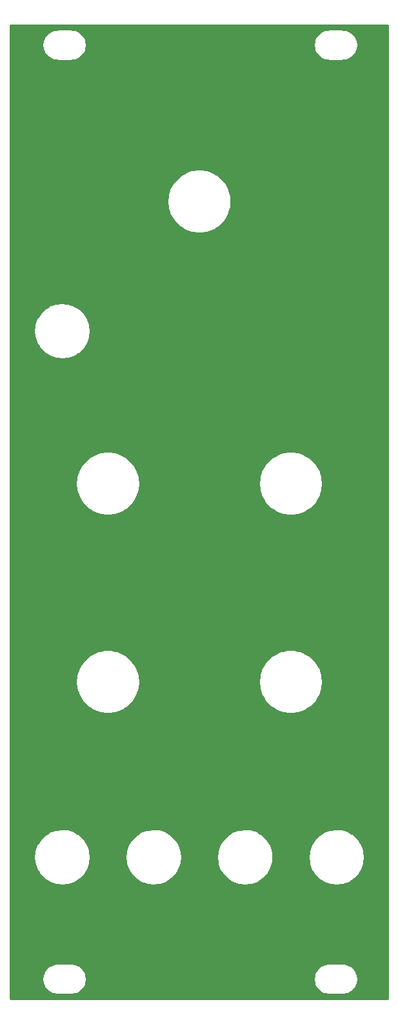
<source format=gtl>
G04 #@! TF.GenerationSoftware,KiCad,Pcbnew,(5.0.0-rc2)*
G04 #@! TF.CreationDate,2020-07-08T20:57:08+03:00*
G04 #@! TF.ProjectId,VCFPNL2,564346504E4C322E6B696361645F7063,rev?*
G04 #@! TF.SameCoordinates,PX2500a80PY82a7440*
G04 #@! TF.FileFunction,Copper,L1,Top,Signal*
G04 #@! TF.FilePolarity,Positive*
%FSLAX46Y46*%
G04 Gerber Fmt 4.6, Leading zero omitted, Abs format (unit mm)*
G04 Created by KiCad (PCBNEW (5.0.0-rc2)) date Wed Jul  8 20:57:08 2020*
%MOMM*%
%LPD*%
G01*
G04 APERTURE LIST*
G04 #@! TA.AperFunction,NonConductor*
%ADD10C,0.254000*%
G04 #@! TD*
G04 APERTURE END LIST*
D10*
G36*
X49973000Y427000D02*
X427000Y427000D01*
X427000Y3068362D01*
X4568380Y3068362D01*
X4568380Y2931638D01*
X4646690Y2437212D01*
X4646690Y2437211D01*
X4688940Y2307179D01*
X4916203Y1861150D01*
X4996567Y1750538D01*
X5350539Y1396567D01*
X5461150Y1316203D01*
X5907179Y1088940D01*
X6037211Y1046690D01*
X6523174Y969721D01*
X6556961Y963000D01*
X8443039Y963000D01*
X8476826Y969721D01*
X8962789Y1046690D01*
X9092821Y1088940D01*
X9538850Y1316203D01*
X9649462Y1396567D01*
X10003433Y1750539D01*
X10083797Y1861150D01*
X10311060Y2307179D01*
X10353310Y2437211D01*
X10353310Y2437212D01*
X10431620Y2931638D01*
X10431620Y3068362D01*
X40168380Y3068362D01*
X40168380Y2931638D01*
X40246690Y2437212D01*
X40246690Y2437211D01*
X40288940Y2307179D01*
X40516203Y1861150D01*
X40596567Y1750538D01*
X40950539Y1396567D01*
X41061150Y1316203D01*
X41507179Y1088940D01*
X41637211Y1046690D01*
X42123174Y969721D01*
X42156961Y963000D01*
X44043039Y963000D01*
X44076826Y969721D01*
X44562789Y1046690D01*
X44692821Y1088940D01*
X45138850Y1316203D01*
X45249462Y1396567D01*
X45603433Y1750539D01*
X45683797Y1861150D01*
X45911060Y2307179D01*
X45953310Y2437211D01*
X45953310Y2437212D01*
X46031620Y2931638D01*
X46031620Y3068362D01*
X45953310Y3562789D01*
X45911060Y3692821D01*
X45683797Y4138850D01*
X45603433Y4249461D01*
X45603432Y4249462D01*
X45249462Y4603433D01*
X45138850Y4683797D01*
X44692821Y4911060D01*
X44562789Y4953310D01*
X44076826Y5030279D01*
X44043039Y5037000D01*
X42156961Y5037000D01*
X42123174Y5030279D01*
X41637211Y4953310D01*
X41507179Y4911060D01*
X41061150Y4683797D01*
X40950539Y4603433D01*
X40596567Y4249462D01*
X40537658Y4168380D01*
X40516203Y4138850D01*
X40288940Y3692821D01*
X40246690Y3562789D01*
X40168380Y3068362D01*
X10431620Y3068362D01*
X10353310Y3562789D01*
X10311060Y3692821D01*
X10083797Y4138850D01*
X10003433Y4249461D01*
X10003432Y4249462D01*
X9649462Y4603433D01*
X9538850Y4683797D01*
X9092821Y4911060D01*
X8962789Y4953310D01*
X8476826Y5030279D01*
X8443039Y5037000D01*
X6556961Y5037000D01*
X6523174Y5030279D01*
X6037211Y4953310D01*
X5907179Y4911060D01*
X5461150Y4683797D01*
X5350539Y4603433D01*
X4996567Y4249462D01*
X4937658Y4168380D01*
X4916203Y4138850D01*
X4688940Y3692821D01*
X4646690Y3562789D01*
X4568380Y3068362D01*
X427000Y3068362D01*
X427000Y18948242D01*
X3493361Y18948242D01*
X3573000Y18317839D01*
X3573000Y18278545D01*
X3580142Y18261302D01*
X3596941Y18128328D01*
X3879597Y17351737D01*
X4095962Y17016005D01*
X4125178Y16945470D01*
X4170855Y16899793D01*
X4327281Y16657067D01*
X4917743Y16078844D01*
X5110211Y15960437D01*
X5145470Y15925178D01*
X5212973Y15897218D01*
X5621636Y15645806D01*
X6403976Y15379476D01*
X7225880Y15293090D01*
X7896023Y15373000D01*
X7921455Y15373000D01*
X7931736Y15377259D01*
X8046497Y15390943D01*
X8825042Y15668170D01*
X9183961Y15895948D01*
X9254530Y15925178D01*
X9297099Y15967747D01*
X9522820Y16110994D01*
X10105152Y16697405D01*
X10235737Y16906385D01*
X10274822Y16945470D01*
X10303652Y17015072D01*
X10543093Y17398258D01*
X10814879Y18178720D01*
X10825733Y18275486D01*
X10827000Y18278545D01*
X10827000Y18286782D01*
X10901194Y18948242D01*
X15493361Y18948242D01*
X15573000Y18317839D01*
X15573000Y18278545D01*
X15580142Y18261302D01*
X15596941Y18128328D01*
X15879597Y17351737D01*
X16095962Y17016005D01*
X16125178Y16945470D01*
X16170855Y16899793D01*
X16327281Y16657067D01*
X16917743Y16078844D01*
X17110211Y15960437D01*
X17145470Y15925178D01*
X17212973Y15897218D01*
X17621636Y15645806D01*
X18403976Y15379476D01*
X19225880Y15293090D01*
X19896023Y15373000D01*
X19921455Y15373000D01*
X19931736Y15377259D01*
X20046497Y15390943D01*
X20825042Y15668170D01*
X21183961Y15895948D01*
X21254530Y15925178D01*
X21297099Y15967747D01*
X21522820Y16110994D01*
X22105152Y16697405D01*
X22235737Y16906385D01*
X22274822Y16945470D01*
X22303652Y17015072D01*
X22543093Y17398258D01*
X22814879Y18178720D01*
X22825733Y18275486D01*
X22827000Y18278545D01*
X22827000Y18286782D01*
X22901194Y18948242D01*
X27493361Y18948242D01*
X27573000Y18317839D01*
X27573000Y18278545D01*
X27580142Y18261302D01*
X27596941Y18128328D01*
X27879597Y17351737D01*
X28095962Y17016005D01*
X28125178Y16945470D01*
X28170855Y16899793D01*
X28327281Y16657067D01*
X28917743Y16078844D01*
X29110211Y15960437D01*
X29145470Y15925178D01*
X29212973Y15897218D01*
X29621636Y15645806D01*
X30403976Y15379476D01*
X31225880Y15293090D01*
X31896023Y15373000D01*
X31921455Y15373000D01*
X31931736Y15377259D01*
X32046497Y15390943D01*
X32825042Y15668170D01*
X33183961Y15895948D01*
X33254530Y15925178D01*
X33297099Y15967747D01*
X33522820Y16110994D01*
X34105152Y16697405D01*
X34235737Y16906385D01*
X34274822Y16945470D01*
X34303652Y17015072D01*
X34543093Y17398258D01*
X34814879Y18178720D01*
X34825733Y18275486D01*
X34827000Y18278545D01*
X34827000Y18286782D01*
X34901194Y18948242D01*
X39493361Y18948242D01*
X39573000Y18317839D01*
X39573000Y18278545D01*
X39580142Y18261302D01*
X39596941Y18128328D01*
X39879597Y17351737D01*
X40095962Y17016005D01*
X40125178Y16945470D01*
X40170855Y16899793D01*
X40327281Y16657067D01*
X40917743Y16078844D01*
X41110211Y15960437D01*
X41145470Y15925178D01*
X41212973Y15897218D01*
X41621636Y15645806D01*
X42403976Y15379476D01*
X43225880Y15293090D01*
X43896023Y15373000D01*
X43921455Y15373000D01*
X43931736Y15377259D01*
X44046497Y15390943D01*
X44825042Y15668170D01*
X45183961Y15895948D01*
X45254530Y15925178D01*
X45297099Y15967747D01*
X45522820Y16110994D01*
X46105152Y16697405D01*
X46235737Y16906385D01*
X46274822Y16945470D01*
X46303652Y17015072D01*
X46543093Y17398258D01*
X46814879Y18178720D01*
X46825733Y18275486D01*
X46827000Y18278545D01*
X46827000Y18286782D01*
X46907000Y19000000D01*
X46905555Y19103506D01*
X46827000Y19662453D01*
X46827000Y19721455D01*
X46814449Y19751755D01*
X46790538Y19921893D01*
X46497066Y20694462D01*
X46302942Y20986643D01*
X46274822Y21054530D01*
X46224214Y21105138D01*
X46039727Y21382814D01*
X45441249Y21952736D01*
X45281219Y22048133D01*
X45254530Y22074822D01*
X45195273Y22099367D01*
X44731378Y22375904D01*
X43945396Y22631285D01*
X43122366Y22706187D01*
X42528889Y22627000D01*
X42478545Y22627000D01*
X42454621Y22617091D01*
X42303196Y22596886D01*
X41528597Y22308816D01*
X41215076Y22103654D01*
X41145470Y22074822D01*
X41097101Y22026453D01*
X40837069Y21856293D01*
X40262982Y21261808D01*
X40156295Y21085647D01*
X40125178Y21054530D01*
X40098621Y20990415D01*
X39834869Y20554909D01*
X39574007Y19770729D01*
X39493361Y18948242D01*
X34901194Y18948242D01*
X34907000Y19000000D01*
X34905555Y19103506D01*
X34827000Y19662453D01*
X34827000Y19721455D01*
X34814449Y19751755D01*
X34790538Y19921893D01*
X34497066Y20694462D01*
X34302942Y20986643D01*
X34274822Y21054530D01*
X34224214Y21105138D01*
X34039727Y21382814D01*
X33441249Y21952736D01*
X33281219Y22048133D01*
X33254530Y22074822D01*
X33195273Y22099367D01*
X32731378Y22375904D01*
X31945396Y22631285D01*
X31122366Y22706187D01*
X30528889Y22627000D01*
X30478545Y22627000D01*
X30454621Y22617091D01*
X30303196Y22596886D01*
X29528597Y22308816D01*
X29215076Y22103654D01*
X29145470Y22074822D01*
X29097101Y22026453D01*
X28837069Y21856293D01*
X28262982Y21261808D01*
X28156295Y21085647D01*
X28125178Y21054530D01*
X28098621Y20990415D01*
X27834869Y20554909D01*
X27574007Y19770729D01*
X27493361Y18948242D01*
X22901194Y18948242D01*
X22907000Y19000000D01*
X22905555Y19103506D01*
X22827000Y19662453D01*
X22827000Y19721455D01*
X22814449Y19751755D01*
X22790538Y19921893D01*
X22497066Y20694462D01*
X22302942Y20986643D01*
X22274822Y21054530D01*
X22224214Y21105138D01*
X22039727Y21382814D01*
X21441249Y21952736D01*
X21281219Y22048133D01*
X21254530Y22074822D01*
X21195273Y22099367D01*
X20731378Y22375904D01*
X19945396Y22631285D01*
X19122366Y22706187D01*
X18528889Y22627000D01*
X18478545Y22627000D01*
X18454621Y22617091D01*
X18303196Y22596886D01*
X17528597Y22308816D01*
X17215076Y22103654D01*
X17145470Y22074822D01*
X17097101Y22026453D01*
X16837069Y21856293D01*
X16262982Y21261808D01*
X16156295Y21085647D01*
X16125178Y21054530D01*
X16098621Y20990415D01*
X15834869Y20554909D01*
X15574007Y19770729D01*
X15493361Y18948242D01*
X10901194Y18948242D01*
X10907000Y19000000D01*
X10905555Y19103506D01*
X10827000Y19662453D01*
X10827000Y19721455D01*
X10814449Y19751755D01*
X10790538Y19921893D01*
X10497066Y20694462D01*
X10302942Y20986643D01*
X10274822Y21054530D01*
X10224214Y21105138D01*
X10039727Y21382814D01*
X9441249Y21952736D01*
X9281219Y22048133D01*
X9254530Y22074822D01*
X9195273Y22099367D01*
X8731378Y22375904D01*
X7945396Y22631285D01*
X7122366Y22706187D01*
X6528889Y22627000D01*
X6478545Y22627000D01*
X6454621Y22617091D01*
X6303196Y22596886D01*
X5528597Y22308816D01*
X5215076Y22103654D01*
X5145470Y22074822D01*
X5097101Y22026453D01*
X4837069Y21856293D01*
X4262982Y21261808D01*
X4156295Y21085647D01*
X4125178Y21054530D01*
X4098621Y20990415D01*
X3834869Y20554909D01*
X3574007Y19770729D01*
X3493361Y18948242D01*
X427000Y18948242D01*
X427000Y42000000D01*
X8993000Y42000000D01*
X9073000Y41238851D01*
X9073000Y41179089D01*
X9081417Y41158769D01*
X9084933Y41125316D01*
X9356714Y40288859D01*
X9657642Y39767637D01*
X9701298Y39662242D01*
X9741979Y39621561D01*
X9796466Y39527187D01*
X10384968Y38873590D01*
X10768876Y38594664D01*
X10862242Y38501298D01*
X10943988Y38467438D01*
X11096500Y38356631D01*
X11899966Y37998905D01*
X12259757Y37922429D01*
X12379089Y37873000D01*
X12492302Y37873000D01*
X12760249Y37816046D01*
X13639751Y37816046D01*
X13907698Y37873000D01*
X14020911Y37873000D01*
X14140243Y37922429D01*
X14500034Y37998905D01*
X15303500Y38356631D01*
X15456012Y38467438D01*
X15537758Y38501298D01*
X15631124Y38594664D01*
X16015032Y38873590D01*
X16603534Y39527187D01*
X16658021Y39621561D01*
X16698702Y39662242D01*
X16742358Y39767637D01*
X17043286Y40288859D01*
X17315067Y41125316D01*
X17318583Y41158769D01*
X17327000Y41179089D01*
X17327000Y41238851D01*
X17407000Y42000000D01*
X32993000Y42000000D01*
X33073000Y41238851D01*
X33073000Y41179089D01*
X33081417Y41158769D01*
X33084933Y41125316D01*
X33356714Y40288859D01*
X33657642Y39767637D01*
X33701298Y39662242D01*
X33741979Y39621561D01*
X33796466Y39527187D01*
X34384968Y38873590D01*
X34768876Y38594664D01*
X34862242Y38501298D01*
X34943988Y38467438D01*
X35096500Y38356631D01*
X35899966Y37998905D01*
X36259757Y37922429D01*
X36379089Y37873000D01*
X36492302Y37873000D01*
X36760249Y37816046D01*
X37639751Y37816046D01*
X37907698Y37873000D01*
X38020911Y37873000D01*
X38140243Y37922429D01*
X38500034Y37998905D01*
X39303500Y38356631D01*
X39456012Y38467438D01*
X39537758Y38501298D01*
X39631124Y38594664D01*
X40015032Y38873590D01*
X40603534Y39527187D01*
X40658021Y39621561D01*
X40698702Y39662242D01*
X40742358Y39767637D01*
X41043286Y40288859D01*
X41315067Y41125316D01*
X41318583Y41158769D01*
X41327000Y41179089D01*
X41327000Y41238851D01*
X41407000Y42000000D01*
X41327000Y42761149D01*
X41327000Y42820911D01*
X41318583Y42841231D01*
X41315067Y42874684D01*
X41043286Y43711141D01*
X40742358Y44232363D01*
X40698702Y44337758D01*
X40658021Y44378439D01*
X40603534Y44472813D01*
X40015032Y45126410D01*
X39631124Y45405336D01*
X39537758Y45498702D01*
X39456012Y45532562D01*
X39303500Y45643369D01*
X38500034Y46001095D01*
X38140243Y46077571D01*
X38020911Y46127000D01*
X37907698Y46127000D01*
X37639751Y46183954D01*
X36760249Y46183954D01*
X36492302Y46127000D01*
X36379089Y46127000D01*
X36259757Y46077571D01*
X35899966Y46001095D01*
X35096500Y45643369D01*
X34943988Y45532562D01*
X34862242Y45498702D01*
X34768876Y45405336D01*
X34384968Y45126410D01*
X33796466Y44472813D01*
X33741979Y44378439D01*
X33701298Y44337758D01*
X33657642Y44232363D01*
X33356714Y43711141D01*
X33084933Y42874684D01*
X33081417Y42841231D01*
X33073000Y42820911D01*
X33073000Y42761149D01*
X32993000Y42000000D01*
X17407000Y42000000D01*
X17327000Y42761149D01*
X17327000Y42820911D01*
X17318583Y42841231D01*
X17315067Y42874684D01*
X17043286Y43711141D01*
X16742358Y44232363D01*
X16698702Y44337758D01*
X16658021Y44378439D01*
X16603534Y44472813D01*
X16015032Y45126410D01*
X15631124Y45405336D01*
X15537758Y45498702D01*
X15456012Y45532562D01*
X15303500Y45643369D01*
X14500034Y46001095D01*
X14140243Y46077571D01*
X14020911Y46127000D01*
X13907698Y46127000D01*
X13639751Y46183954D01*
X12760249Y46183954D01*
X12492302Y46127000D01*
X12379089Y46127000D01*
X12259757Y46077571D01*
X11899966Y46001095D01*
X11096500Y45643369D01*
X10943988Y45532562D01*
X10862242Y45498702D01*
X10768876Y45405336D01*
X10384968Y45126410D01*
X9796466Y44472813D01*
X9741979Y44378439D01*
X9701298Y44337758D01*
X9657642Y44232363D01*
X9356714Y43711141D01*
X9084933Y42874684D01*
X9081417Y42841231D01*
X9073000Y42820911D01*
X9073000Y42761149D01*
X8993000Y42000000D01*
X427000Y42000000D01*
X427000Y68000000D01*
X8993000Y68000000D01*
X9073000Y67238851D01*
X9073000Y67179089D01*
X9081417Y67158769D01*
X9084933Y67125316D01*
X9356714Y66288859D01*
X9657642Y65767637D01*
X9701298Y65662242D01*
X9741979Y65621561D01*
X9796466Y65527187D01*
X10384968Y64873590D01*
X10768876Y64594664D01*
X10862242Y64501298D01*
X10943988Y64467438D01*
X11096500Y64356631D01*
X11899966Y63998905D01*
X12259757Y63922429D01*
X12379089Y63873000D01*
X12492302Y63873000D01*
X12760249Y63816046D01*
X13639751Y63816046D01*
X13907698Y63873000D01*
X14020911Y63873000D01*
X14140243Y63922429D01*
X14500034Y63998905D01*
X15303500Y64356631D01*
X15456012Y64467438D01*
X15537758Y64501298D01*
X15631124Y64594664D01*
X16015032Y64873590D01*
X16603534Y65527187D01*
X16658021Y65621561D01*
X16698702Y65662242D01*
X16742358Y65767637D01*
X17043286Y66288859D01*
X17315067Y67125316D01*
X17318583Y67158769D01*
X17327000Y67179089D01*
X17327000Y67238851D01*
X17407000Y68000000D01*
X32993000Y68000000D01*
X33073000Y67238851D01*
X33073000Y67179089D01*
X33081417Y67158769D01*
X33084933Y67125316D01*
X33356714Y66288859D01*
X33657642Y65767637D01*
X33701298Y65662242D01*
X33741979Y65621561D01*
X33796466Y65527187D01*
X34384968Y64873590D01*
X34768876Y64594664D01*
X34862242Y64501298D01*
X34943988Y64467438D01*
X35096500Y64356631D01*
X35899966Y63998905D01*
X36259757Y63922429D01*
X36379089Y63873000D01*
X36492302Y63873000D01*
X36760249Y63816046D01*
X37639751Y63816046D01*
X37907698Y63873000D01*
X38020911Y63873000D01*
X38140243Y63922429D01*
X38500034Y63998905D01*
X39303500Y64356631D01*
X39456012Y64467438D01*
X39537758Y64501298D01*
X39631124Y64594664D01*
X40015032Y64873590D01*
X40603534Y65527187D01*
X40658021Y65621561D01*
X40698702Y65662242D01*
X40742358Y65767637D01*
X41043286Y66288859D01*
X41315067Y67125316D01*
X41318583Y67158769D01*
X41327000Y67179089D01*
X41327000Y67238851D01*
X41407000Y68000000D01*
X41327000Y68761149D01*
X41327000Y68820911D01*
X41318583Y68841231D01*
X41315067Y68874684D01*
X41043286Y69711141D01*
X40742358Y70232363D01*
X40698702Y70337758D01*
X40658021Y70378439D01*
X40603534Y70472813D01*
X40015032Y71126410D01*
X39631124Y71405336D01*
X39537758Y71498702D01*
X39456012Y71532562D01*
X39303500Y71643369D01*
X38500034Y72001095D01*
X38140243Y72077571D01*
X38020911Y72127000D01*
X37907698Y72127000D01*
X37639751Y72183954D01*
X36760249Y72183954D01*
X36492302Y72127000D01*
X36379089Y72127000D01*
X36259757Y72077571D01*
X35899966Y72001095D01*
X35096500Y71643369D01*
X34943988Y71532562D01*
X34862242Y71498702D01*
X34768876Y71405336D01*
X34384968Y71126410D01*
X33796466Y70472813D01*
X33741979Y70378439D01*
X33701298Y70337758D01*
X33657642Y70232363D01*
X33356714Y69711141D01*
X33084933Y68874684D01*
X33081417Y68841231D01*
X33073000Y68820911D01*
X33073000Y68761149D01*
X32993000Y68000000D01*
X17407000Y68000000D01*
X17327000Y68761149D01*
X17327000Y68820911D01*
X17318583Y68841231D01*
X17315067Y68874684D01*
X17043286Y69711141D01*
X16742358Y70232363D01*
X16698702Y70337758D01*
X16658021Y70378439D01*
X16603534Y70472813D01*
X16015032Y71126410D01*
X15631124Y71405336D01*
X15537758Y71498702D01*
X15456012Y71532562D01*
X15303500Y71643369D01*
X14500034Y72001095D01*
X14140243Y72077571D01*
X14020911Y72127000D01*
X13907698Y72127000D01*
X13639751Y72183954D01*
X12760249Y72183954D01*
X12492302Y72127000D01*
X12379089Y72127000D01*
X12259757Y72077571D01*
X11899966Y72001095D01*
X11096500Y71643369D01*
X10943988Y71532562D01*
X10862242Y71498702D01*
X10768876Y71405336D01*
X10384968Y71126410D01*
X9796466Y70472813D01*
X9741979Y70378439D01*
X9701298Y70337758D01*
X9657642Y70232363D01*
X9356714Y69711141D01*
X9084933Y68874684D01*
X9081417Y68841231D01*
X9073000Y68820911D01*
X9073000Y68761149D01*
X8993000Y68000000D01*
X427000Y68000000D01*
X427000Y87948242D01*
X3493361Y87948242D01*
X3573000Y87317839D01*
X3573000Y87278545D01*
X3580142Y87261302D01*
X3596941Y87128328D01*
X3879597Y86351737D01*
X4095962Y86016005D01*
X4125178Y85945470D01*
X4170855Y85899793D01*
X4327281Y85657067D01*
X4917743Y85078844D01*
X5110211Y84960437D01*
X5145470Y84925178D01*
X5212973Y84897218D01*
X5621636Y84645806D01*
X6403976Y84379476D01*
X7225880Y84293090D01*
X7896023Y84373000D01*
X7921455Y84373000D01*
X7931736Y84377259D01*
X8046497Y84390943D01*
X8825042Y84668170D01*
X9183961Y84895948D01*
X9254530Y84925178D01*
X9297099Y84967747D01*
X9522820Y85110994D01*
X10105152Y85697405D01*
X10235737Y85906385D01*
X10274822Y85945470D01*
X10303652Y86015072D01*
X10543093Y86398258D01*
X10814879Y87178720D01*
X10825733Y87275486D01*
X10827000Y87278545D01*
X10827000Y87286782D01*
X10907000Y88000000D01*
X10905555Y88103506D01*
X10827000Y88662453D01*
X10827000Y88721455D01*
X10814449Y88751755D01*
X10790538Y88921893D01*
X10497066Y89694462D01*
X10302942Y89986643D01*
X10274822Y90054530D01*
X10224214Y90105138D01*
X10039727Y90382814D01*
X9441249Y90952736D01*
X9281219Y91048133D01*
X9254530Y91074822D01*
X9195273Y91099367D01*
X8731378Y91375904D01*
X7945396Y91631285D01*
X7122366Y91706187D01*
X6528889Y91627000D01*
X6478545Y91627000D01*
X6454621Y91617091D01*
X6303196Y91596886D01*
X5528597Y91308816D01*
X5215076Y91103654D01*
X5145470Y91074822D01*
X5097101Y91026453D01*
X4837069Y90856293D01*
X4262982Y90261808D01*
X4156295Y90085647D01*
X4125178Y90054530D01*
X4098621Y89990415D01*
X3834869Y89554909D01*
X3574007Y88770729D01*
X3493361Y87948242D01*
X427000Y87948242D01*
X427000Y105000000D01*
X20993000Y105000000D01*
X21073000Y104238851D01*
X21073000Y104179089D01*
X21081417Y104158769D01*
X21084933Y104125316D01*
X21356714Y103288859D01*
X21657642Y102767637D01*
X21701298Y102662242D01*
X21741979Y102621561D01*
X21796466Y102527187D01*
X22384968Y101873590D01*
X22768876Y101594664D01*
X22862242Y101501298D01*
X22943988Y101467438D01*
X23096500Y101356631D01*
X23899966Y100998905D01*
X24259757Y100922429D01*
X24379089Y100873000D01*
X24492302Y100873000D01*
X24760249Y100816046D01*
X25639751Y100816046D01*
X25907698Y100873000D01*
X26020911Y100873000D01*
X26140243Y100922429D01*
X26500034Y100998905D01*
X27303500Y101356631D01*
X27456012Y101467438D01*
X27537758Y101501298D01*
X27631124Y101594664D01*
X28015032Y101873590D01*
X28603534Y102527187D01*
X28658021Y102621561D01*
X28698702Y102662242D01*
X28742358Y102767637D01*
X29043286Y103288859D01*
X29315067Y104125316D01*
X29318583Y104158769D01*
X29327000Y104179089D01*
X29327000Y104238851D01*
X29407000Y105000000D01*
X29327000Y105761149D01*
X29327000Y105820911D01*
X29318583Y105841231D01*
X29315067Y105874684D01*
X29043286Y106711141D01*
X28742358Y107232363D01*
X28698702Y107337758D01*
X28658021Y107378439D01*
X28603534Y107472813D01*
X28015032Y108126410D01*
X27631124Y108405336D01*
X27537758Y108498702D01*
X27456012Y108532562D01*
X27303500Y108643369D01*
X26500034Y109001095D01*
X26140243Y109077571D01*
X26020911Y109127000D01*
X25907698Y109127000D01*
X25639751Y109183954D01*
X24760249Y109183954D01*
X24492302Y109127000D01*
X24379089Y109127000D01*
X24259757Y109077571D01*
X23899966Y109001095D01*
X23096500Y108643369D01*
X22943988Y108532562D01*
X22862242Y108498702D01*
X22768876Y108405336D01*
X22384968Y108126410D01*
X21796466Y107472813D01*
X21741979Y107378439D01*
X21701298Y107337758D01*
X21657642Y107232363D01*
X21356714Y106711141D01*
X21084933Y105874684D01*
X21081417Y105841231D01*
X21073000Y105820911D01*
X21073000Y105761149D01*
X20993000Y105000000D01*
X427000Y105000000D01*
X427000Y125568362D01*
X4568380Y125568362D01*
X4568380Y125431638D01*
X4646690Y124937212D01*
X4646690Y124937211D01*
X4688940Y124807179D01*
X4916203Y124361150D01*
X4996567Y124250538D01*
X5350539Y123896567D01*
X5461150Y123816203D01*
X5907179Y123588940D01*
X6037211Y123546690D01*
X6523174Y123469721D01*
X6556961Y123463000D01*
X8443039Y123463000D01*
X8476826Y123469721D01*
X8962789Y123546690D01*
X9092821Y123588940D01*
X9538850Y123816203D01*
X9649462Y123896567D01*
X10003433Y124250539D01*
X10083797Y124361150D01*
X10311060Y124807179D01*
X10353310Y124937211D01*
X10353310Y124937212D01*
X10431620Y125431638D01*
X10431620Y125568362D01*
X40168380Y125568362D01*
X40168380Y125431638D01*
X40246690Y124937212D01*
X40246690Y124937211D01*
X40288940Y124807179D01*
X40516203Y124361150D01*
X40596567Y124250538D01*
X40950539Y123896567D01*
X41061150Y123816203D01*
X41507179Y123588940D01*
X41637211Y123546690D01*
X42123174Y123469721D01*
X42156961Y123463000D01*
X44043039Y123463000D01*
X44076826Y123469721D01*
X44562789Y123546690D01*
X44692821Y123588940D01*
X45138850Y123816203D01*
X45249462Y123896567D01*
X45603433Y124250539D01*
X45683797Y124361150D01*
X45911060Y124807179D01*
X45953310Y124937211D01*
X45953310Y124937212D01*
X46031620Y125431638D01*
X46031620Y125568362D01*
X45953310Y126062789D01*
X45911060Y126192821D01*
X45683797Y126638850D01*
X45603433Y126749461D01*
X45603432Y126749462D01*
X45249462Y127103433D01*
X45138850Y127183797D01*
X44692821Y127411060D01*
X44562789Y127453310D01*
X44076826Y127530279D01*
X44043039Y127537000D01*
X42156961Y127537000D01*
X42123174Y127530279D01*
X41637211Y127453310D01*
X41507179Y127411060D01*
X41061150Y127183797D01*
X40950539Y127103433D01*
X40596567Y126749462D01*
X40537658Y126668380D01*
X40516203Y126638850D01*
X40288940Y126192821D01*
X40246690Y126062789D01*
X40168380Y125568362D01*
X10431620Y125568362D01*
X10353310Y126062789D01*
X10311060Y126192821D01*
X10083797Y126638850D01*
X10003433Y126749461D01*
X10003432Y126749462D01*
X9649462Y127103433D01*
X9538850Y127183797D01*
X9092821Y127411060D01*
X8962789Y127453310D01*
X8476826Y127530279D01*
X8443039Y127537000D01*
X6556961Y127537000D01*
X6523174Y127530279D01*
X6037211Y127453310D01*
X5907179Y127411060D01*
X5461150Y127183797D01*
X5350539Y127103433D01*
X4996567Y126749462D01*
X4937658Y126668380D01*
X4916203Y126638850D01*
X4688940Y126192821D01*
X4646690Y126062789D01*
X4568380Y125568362D01*
X427000Y125568362D01*
X426999Y128073000D01*
X49973001Y128073000D01*
X49973000Y427000D01*
X49973000Y427000D01*
G37*
X49973000Y427000D02*
X427000Y427000D01*
X427000Y3068362D01*
X4568380Y3068362D01*
X4568380Y2931638D01*
X4646690Y2437212D01*
X4646690Y2437211D01*
X4688940Y2307179D01*
X4916203Y1861150D01*
X4996567Y1750538D01*
X5350539Y1396567D01*
X5461150Y1316203D01*
X5907179Y1088940D01*
X6037211Y1046690D01*
X6523174Y969721D01*
X6556961Y963000D01*
X8443039Y963000D01*
X8476826Y969721D01*
X8962789Y1046690D01*
X9092821Y1088940D01*
X9538850Y1316203D01*
X9649462Y1396567D01*
X10003433Y1750539D01*
X10083797Y1861150D01*
X10311060Y2307179D01*
X10353310Y2437211D01*
X10353310Y2437212D01*
X10431620Y2931638D01*
X10431620Y3068362D01*
X40168380Y3068362D01*
X40168380Y2931638D01*
X40246690Y2437212D01*
X40246690Y2437211D01*
X40288940Y2307179D01*
X40516203Y1861150D01*
X40596567Y1750538D01*
X40950539Y1396567D01*
X41061150Y1316203D01*
X41507179Y1088940D01*
X41637211Y1046690D01*
X42123174Y969721D01*
X42156961Y963000D01*
X44043039Y963000D01*
X44076826Y969721D01*
X44562789Y1046690D01*
X44692821Y1088940D01*
X45138850Y1316203D01*
X45249462Y1396567D01*
X45603433Y1750539D01*
X45683797Y1861150D01*
X45911060Y2307179D01*
X45953310Y2437211D01*
X45953310Y2437212D01*
X46031620Y2931638D01*
X46031620Y3068362D01*
X45953310Y3562789D01*
X45911060Y3692821D01*
X45683797Y4138850D01*
X45603433Y4249461D01*
X45603432Y4249462D01*
X45249462Y4603433D01*
X45138850Y4683797D01*
X44692821Y4911060D01*
X44562789Y4953310D01*
X44076826Y5030279D01*
X44043039Y5037000D01*
X42156961Y5037000D01*
X42123174Y5030279D01*
X41637211Y4953310D01*
X41507179Y4911060D01*
X41061150Y4683797D01*
X40950539Y4603433D01*
X40596567Y4249462D01*
X40537658Y4168380D01*
X40516203Y4138850D01*
X40288940Y3692821D01*
X40246690Y3562789D01*
X40168380Y3068362D01*
X10431620Y3068362D01*
X10353310Y3562789D01*
X10311060Y3692821D01*
X10083797Y4138850D01*
X10003433Y4249461D01*
X10003432Y4249462D01*
X9649462Y4603433D01*
X9538850Y4683797D01*
X9092821Y4911060D01*
X8962789Y4953310D01*
X8476826Y5030279D01*
X8443039Y5037000D01*
X6556961Y5037000D01*
X6523174Y5030279D01*
X6037211Y4953310D01*
X5907179Y4911060D01*
X5461150Y4683797D01*
X5350539Y4603433D01*
X4996567Y4249462D01*
X4937658Y4168380D01*
X4916203Y4138850D01*
X4688940Y3692821D01*
X4646690Y3562789D01*
X4568380Y3068362D01*
X427000Y3068362D01*
X427000Y18948242D01*
X3493361Y18948242D01*
X3573000Y18317839D01*
X3573000Y18278545D01*
X3580142Y18261302D01*
X3596941Y18128328D01*
X3879597Y17351737D01*
X4095962Y17016005D01*
X4125178Y16945470D01*
X4170855Y16899793D01*
X4327281Y16657067D01*
X4917743Y16078844D01*
X5110211Y15960437D01*
X5145470Y15925178D01*
X5212973Y15897218D01*
X5621636Y15645806D01*
X6403976Y15379476D01*
X7225880Y15293090D01*
X7896023Y15373000D01*
X7921455Y15373000D01*
X7931736Y15377259D01*
X8046497Y15390943D01*
X8825042Y15668170D01*
X9183961Y15895948D01*
X9254530Y15925178D01*
X9297099Y15967747D01*
X9522820Y16110994D01*
X10105152Y16697405D01*
X10235737Y16906385D01*
X10274822Y16945470D01*
X10303652Y17015072D01*
X10543093Y17398258D01*
X10814879Y18178720D01*
X10825733Y18275486D01*
X10827000Y18278545D01*
X10827000Y18286782D01*
X10901194Y18948242D01*
X15493361Y18948242D01*
X15573000Y18317839D01*
X15573000Y18278545D01*
X15580142Y18261302D01*
X15596941Y18128328D01*
X15879597Y17351737D01*
X16095962Y17016005D01*
X16125178Y16945470D01*
X16170855Y16899793D01*
X16327281Y16657067D01*
X16917743Y16078844D01*
X17110211Y15960437D01*
X17145470Y15925178D01*
X17212973Y15897218D01*
X17621636Y15645806D01*
X18403976Y15379476D01*
X19225880Y15293090D01*
X19896023Y15373000D01*
X19921455Y15373000D01*
X19931736Y15377259D01*
X20046497Y15390943D01*
X20825042Y15668170D01*
X21183961Y15895948D01*
X21254530Y15925178D01*
X21297099Y15967747D01*
X21522820Y16110994D01*
X22105152Y16697405D01*
X22235737Y16906385D01*
X22274822Y16945470D01*
X22303652Y17015072D01*
X22543093Y17398258D01*
X22814879Y18178720D01*
X22825733Y18275486D01*
X22827000Y18278545D01*
X22827000Y18286782D01*
X22901194Y18948242D01*
X27493361Y18948242D01*
X27573000Y18317839D01*
X27573000Y18278545D01*
X27580142Y18261302D01*
X27596941Y18128328D01*
X27879597Y17351737D01*
X28095962Y17016005D01*
X28125178Y16945470D01*
X28170855Y16899793D01*
X28327281Y16657067D01*
X28917743Y16078844D01*
X29110211Y15960437D01*
X29145470Y15925178D01*
X29212973Y15897218D01*
X29621636Y15645806D01*
X30403976Y15379476D01*
X31225880Y15293090D01*
X31896023Y15373000D01*
X31921455Y15373000D01*
X31931736Y15377259D01*
X32046497Y15390943D01*
X32825042Y15668170D01*
X33183961Y15895948D01*
X33254530Y15925178D01*
X33297099Y15967747D01*
X33522820Y16110994D01*
X34105152Y16697405D01*
X34235737Y16906385D01*
X34274822Y16945470D01*
X34303652Y17015072D01*
X34543093Y17398258D01*
X34814879Y18178720D01*
X34825733Y18275486D01*
X34827000Y18278545D01*
X34827000Y18286782D01*
X34901194Y18948242D01*
X39493361Y18948242D01*
X39573000Y18317839D01*
X39573000Y18278545D01*
X39580142Y18261302D01*
X39596941Y18128328D01*
X39879597Y17351737D01*
X40095962Y17016005D01*
X40125178Y16945470D01*
X40170855Y16899793D01*
X40327281Y16657067D01*
X40917743Y16078844D01*
X41110211Y15960437D01*
X41145470Y15925178D01*
X41212973Y15897218D01*
X41621636Y15645806D01*
X42403976Y15379476D01*
X43225880Y15293090D01*
X43896023Y15373000D01*
X43921455Y15373000D01*
X43931736Y15377259D01*
X44046497Y15390943D01*
X44825042Y15668170D01*
X45183961Y15895948D01*
X45254530Y15925178D01*
X45297099Y15967747D01*
X45522820Y16110994D01*
X46105152Y16697405D01*
X46235737Y16906385D01*
X46274822Y16945470D01*
X46303652Y17015072D01*
X46543093Y17398258D01*
X46814879Y18178720D01*
X46825733Y18275486D01*
X46827000Y18278545D01*
X46827000Y18286782D01*
X46907000Y19000000D01*
X46905555Y19103506D01*
X46827000Y19662453D01*
X46827000Y19721455D01*
X46814449Y19751755D01*
X46790538Y19921893D01*
X46497066Y20694462D01*
X46302942Y20986643D01*
X46274822Y21054530D01*
X46224214Y21105138D01*
X46039727Y21382814D01*
X45441249Y21952736D01*
X45281219Y22048133D01*
X45254530Y22074822D01*
X45195273Y22099367D01*
X44731378Y22375904D01*
X43945396Y22631285D01*
X43122366Y22706187D01*
X42528889Y22627000D01*
X42478545Y22627000D01*
X42454621Y22617091D01*
X42303196Y22596886D01*
X41528597Y22308816D01*
X41215076Y22103654D01*
X41145470Y22074822D01*
X41097101Y22026453D01*
X40837069Y21856293D01*
X40262982Y21261808D01*
X40156295Y21085647D01*
X40125178Y21054530D01*
X40098621Y20990415D01*
X39834869Y20554909D01*
X39574007Y19770729D01*
X39493361Y18948242D01*
X34901194Y18948242D01*
X34907000Y19000000D01*
X34905555Y19103506D01*
X34827000Y19662453D01*
X34827000Y19721455D01*
X34814449Y19751755D01*
X34790538Y19921893D01*
X34497066Y20694462D01*
X34302942Y20986643D01*
X34274822Y21054530D01*
X34224214Y21105138D01*
X34039727Y21382814D01*
X33441249Y21952736D01*
X33281219Y22048133D01*
X33254530Y22074822D01*
X33195273Y22099367D01*
X32731378Y22375904D01*
X31945396Y22631285D01*
X31122366Y22706187D01*
X30528889Y22627000D01*
X30478545Y22627000D01*
X30454621Y22617091D01*
X30303196Y22596886D01*
X29528597Y22308816D01*
X29215076Y22103654D01*
X29145470Y22074822D01*
X29097101Y22026453D01*
X28837069Y21856293D01*
X28262982Y21261808D01*
X28156295Y21085647D01*
X28125178Y21054530D01*
X28098621Y20990415D01*
X27834869Y20554909D01*
X27574007Y19770729D01*
X27493361Y18948242D01*
X22901194Y18948242D01*
X22907000Y19000000D01*
X22905555Y19103506D01*
X22827000Y19662453D01*
X22827000Y19721455D01*
X22814449Y19751755D01*
X22790538Y19921893D01*
X22497066Y20694462D01*
X22302942Y20986643D01*
X22274822Y21054530D01*
X22224214Y21105138D01*
X22039727Y21382814D01*
X21441249Y21952736D01*
X21281219Y22048133D01*
X21254530Y22074822D01*
X21195273Y22099367D01*
X20731378Y22375904D01*
X19945396Y22631285D01*
X19122366Y22706187D01*
X18528889Y22627000D01*
X18478545Y22627000D01*
X18454621Y22617091D01*
X18303196Y22596886D01*
X17528597Y22308816D01*
X17215076Y22103654D01*
X17145470Y22074822D01*
X17097101Y22026453D01*
X16837069Y21856293D01*
X16262982Y21261808D01*
X16156295Y21085647D01*
X16125178Y21054530D01*
X16098621Y20990415D01*
X15834869Y20554909D01*
X15574007Y19770729D01*
X15493361Y18948242D01*
X10901194Y18948242D01*
X10907000Y19000000D01*
X10905555Y19103506D01*
X10827000Y19662453D01*
X10827000Y19721455D01*
X10814449Y19751755D01*
X10790538Y19921893D01*
X10497066Y20694462D01*
X10302942Y20986643D01*
X10274822Y21054530D01*
X10224214Y21105138D01*
X10039727Y21382814D01*
X9441249Y21952736D01*
X9281219Y22048133D01*
X9254530Y22074822D01*
X9195273Y22099367D01*
X8731378Y22375904D01*
X7945396Y22631285D01*
X7122366Y22706187D01*
X6528889Y22627000D01*
X6478545Y22627000D01*
X6454621Y22617091D01*
X6303196Y22596886D01*
X5528597Y22308816D01*
X5215076Y22103654D01*
X5145470Y22074822D01*
X5097101Y22026453D01*
X4837069Y21856293D01*
X4262982Y21261808D01*
X4156295Y21085647D01*
X4125178Y21054530D01*
X4098621Y20990415D01*
X3834869Y20554909D01*
X3574007Y19770729D01*
X3493361Y18948242D01*
X427000Y18948242D01*
X427000Y42000000D01*
X8993000Y42000000D01*
X9073000Y41238851D01*
X9073000Y41179089D01*
X9081417Y41158769D01*
X9084933Y41125316D01*
X9356714Y40288859D01*
X9657642Y39767637D01*
X9701298Y39662242D01*
X9741979Y39621561D01*
X9796466Y39527187D01*
X10384968Y38873590D01*
X10768876Y38594664D01*
X10862242Y38501298D01*
X10943988Y38467438D01*
X11096500Y38356631D01*
X11899966Y37998905D01*
X12259757Y37922429D01*
X12379089Y37873000D01*
X12492302Y37873000D01*
X12760249Y37816046D01*
X13639751Y37816046D01*
X13907698Y37873000D01*
X14020911Y37873000D01*
X14140243Y37922429D01*
X14500034Y37998905D01*
X15303500Y38356631D01*
X15456012Y38467438D01*
X15537758Y38501298D01*
X15631124Y38594664D01*
X16015032Y38873590D01*
X16603534Y39527187D01*
X16658021Y39621561D01*
X16698702Y39662242D01*
X16742358Y39767637D01*
X17043286Y40288859D01*
X17315067Y41125316D01*
X17318583Y41158769D01*
X17327000Y41179089D01*
X17327000Y41238851D01*
X17407000Y42000000D01*
X32993000Y42000000D01*
X33073000Y41238851D01*
X33073000Y41179089D01*
X33081417Y41158769D01*
X33084933Y41125316D01*
X33356714Y40288859D01*
X33657642Y39767637D01*
X33701298Y39662242D01*
X33741979Y39621561D01*
X33796466Y39527187D01*
X34384968Y38873590D01*
X34768876Y38594664D01*
X34862242Y38501298D01*
X34943988Y38467438D01*
X35096500Y38356631D01*
X35899966Y37998905D01*
X36259757Y37922429D01*
X36379089Y37873000D01*
X36492302Y37873000D01*
X36760249Y37816046D01*
X37639751Y37816046D01*
X37907698Y37873000D01*
X38020911Y37873000D01*
X38140243Y37922429D01*
X38500034Y37998905D01*
X39303500Y38356631D01*
X39456012Y38467438D01*
X39537758Y38501298D01*
X39631124Y38594664D01*
X40015032Y38873590D01*
X40603534Y39527187D01*
X40658021Y39621561D01*
X40698702Y39662242D01*
X40742358Y39767637D01*
X41043286Y40288859D01*
X41315067Y41125316D01*
X41318583Y41158769D01*
X41327000Y41179089D01*
X41327000Y41238851D01*
X41407000Y42000000D01*
X41327000Y42761149D01*
X41327000Y42820911D01*
X41318583Y42841231D01*
X41315067Y42874684D01*
X41043286Y43711141D01*
X40742358Y44232363D01*
X40698702Y44337758D01*
X40658021Y44378439D01*
X40603534Y44472813D01*
X40015032Y45126410D01*
X39631124Y45405336D01*
X39537758Y45498702D01*
X39456012Y45532562D01*
X39303500Y45643369D01*
X38500034Y46001095D01*
X38140243Y46077571D01*
X38020911Y46127000D01*
X37907698Y46127000D01*
X37639751Y46183954D01*
X36760249Y46183954D01*
X36492302Y46127000D01*
X36379089Y46127000D01*
X36259757Y46077571D01*
X35899966Y46001095D01*
X35096500Y45643369D01*
X34943988Y45532562D01*
X34862242Y45498702D01*
X34768876Y45405336D01*
X34384968Y45126410D01*
X33796466Y44472813D01*
X33741979Y44378439D01*
X33701298Y44337758D01*
X33657642Y44232363D01*
X33356714Y43711141D01*
X33084933Y42874684D01*
X33081417Y42841231D01*
X33073000Y42820911D01*
X33073000Y42761149D01*
X32993000Y42000000D01*
X17407000Y42000000D01*
X17327000Y42761149D01*
X17327000Y42820911D01*
X17318583Y42841231D01*
X17315067Y42874684D01*
X17043286Y43711141D01*
X16742358Y44232363D01*
X16698702Y44337758D01*
X16658021Y44378439D01*
X16603534Y44472813D01*
X16015032Y45126410D01*
X15631124Y45405336D01*
X15537758Y45498702D01*
X15456012Y45532562D01*
X15303500Y45643369D01*
X14500034Y46001095D01*
X14140243Y46077571D01*
X14020911Y46127000D01*
X13907698Y46127000D01*
X13639751Y46183954D01*
X12760249Y46183954D01*
X12492302Y46127000D01*
X12379089Y46127000D01*
X12259757Y46077571D01*
X11899966Y46001095D01*
X11096500Y45643369D01*
X10943988Y45532562D01*
X10862242Y45498702D01*
X10768876Y45405336D01*
X10384968Y45126410D01*
X9796466Y44472813D01*
X9741979Y44378439D01*
X9701298Y44337758D01*
X9657642Y44232363D01*
X9356714Y43711141D01*
X9084933Y42874684D01*
X9081417Y42841231D01*
X9073000Y42820911D01*
X9073000Y42761149D01*
X8993000Y42000000D01*
X427000Y42000000D01*
X427000Y68000000D01*
X8993000Y68000000D01*
X9073000Y67238851D01*
X9073000Y67179089D01*
X9081417Y67158769D01*
X9084933Y67125316D01*
X9356714Y66288859D01*
X9657642Y65767637D01*
X9701298Y65662242D01*
X9741979Y65621561D01*
X9796466Y65527187D01*
X10384968Y64873590D01*
X10768876Y64594664D01*
X10862242Y64501298D01*
X10943988Y64467438D01*
X11096500Y64356631D01*
X11899966Y63998905D01*
X12259757Y63922429D01*
X12379089Y63873000D01*
X12492302Y63873000D01*
X12760249Y63816046D01*
X13639751Y63816046D01*
X13907698Y63873000D01*
X14020911Y63873000D01*
X14140243Y63922429D01*
X14500034Y63998905D01*
X15303500Y64356631D01*
X15456012Y64467438D01*
X15537758Y64501298D01*
X15631124Y64594664D01*
X16015032Y64873590D01*
X16603534Y65527187D01*
X16658021Y65621561D01*
X16698702Y65662242D01*
X16742358Y65767637D01*
X17043286Y66288859D01*
X17315067Y67125316D01*
X17318583Y67158769D01*
X17327000Y67179089D01*
X17327000Y67238851D01*
X17407000Y68000000D01*
X32993000Y68000000D01*
X33073000Y67238851D01*
X33073000Y67179089D01*
X33081417Y67158769D01*
X33084933Y67125316D01*
X33356714Y66288859D01*
X33657642Y65767637D01*
X33701298Y65662242D01*
X33741979Y65621561D01*
X33796466Y65527187D01*
X34384968Y64873590D01*
X34768876Y64594664D01*
X34862242Y64501298D01*
X34943988Y64467438D01*
X35096500Y64356631D01*
X35899966Y63998905D01*
X36259757Y63922429D01*
X36379089Y63873000D01*
X36492302Y63873000D01*
X36760249Y63816046D01*
X37639751Y63816046D01*
X37907698Y63873000D01*
X38020911Y63873000D01*
X38140243Y63922429D01*
X38500034Y63998905D01*
X39303500Y64356631D01*
X39456012Y64467438D01*
X39537758Y64501298D01*
X39631124Y64594664D01*
X40015032Y64873590D01*
X40603534Y65527187D01*
X40658021Y65621561D01*
X40698702Y65662242D01*
X40742358Y65767637D01*
X41043286Y66288859D01*
X41315067Y67125316D01*
X41318583Y67158769D01*
X41327000Y67179089D01*
X41327000Y67238851D01*
X41407000Y68000000D01*
X41327000Y68761149D01*
X41327000Y68820911D01*
X41318583Y68841231D01*
X41315067Y68874684D01*
X41043286Y69711141D01*
X40742358Y70232363D01*
X40698702Y70337758D01*
X40658021Y70378439D01*
X40603534Y70472813D01*
X40015032Y71126410D01*
X39631124Y71405336D01*
X39537758Y71498702D01*
X39456012Y71532562D01*
X39303500Y71643369D01*
X38500034Y72001095D01*
X38140243Y72077571D01*
X38020911Y72127000D01*
X37907698Y72127000D01*
X37639751Y72183954D01*
X36760249Y72183954D01*
X36492302Y72127000D01*
X36379089Y72127000D01*
X36259757Y72077571D01*
X35899966Y72001095D01*
X35096500Y71643369D01*
X34943988Y71532562D01*
X34862242Y71498702D01*
X34768876Y71405336D01*
X34384968Y71126410D01*
X33796466Y70472813D01*
X33741979Y70378439D01*
X33701298Y70337758D01*
X33657642Y70232363D01*
X33356714Y69711141D01*
X33084933Y68874684D01*
X33081417Y68841231D01*
X33073000Y68820911D01*
X33073000Y68761149D01*
X32993000Y68000000D01*
X17407000Y68000000D01*
X17327000Y68761149D01*
X17327000Y68820911D01*
X17318583Y68841231D01*
X17315067Y68874684D01*
X17043286Y69711141D01*
X16742358Y70232363D01*
X16698702Y70337758D01*
X16658021Y70378439D01*
X16603534Y70472813D01*
X16015032Y71126410D01*
X15631124Y71405336D01*
X15537758Y71498702D01*
X15456012Y71532562D01*
X15303500Y71643369D01*
X14500034Y72001095D01*
X14140243Y72077571D01*
X14020911Y72127000D01*
X13907698Y72127000D01*
X13639751Y72183954D01*
X12760249Y72183954D01*
X12492302Y72127000D01*
X12379089Y72127000D01*
X12259757Y72077571D01*
X11899966Y72001095D01*
X11096500Y71643369D01*
X10943988Y71532562D01*
X10862242Y71498702D01*
X10768876Y71405336D01*
X10384968Y71126410D01*
X9796466Y70472813D01*
X9741979Y70378439D01*
X9701298Y70337758D01*
X9657642Y70232363D01*
X9356714Y69711141D01*
X9084933Y68874684D01*
X9081417Y68841231D01*
X9073000Y68820911D01*
X9073000Y68761149D01*
X8993000Y68000000D01*
X427000Y68000000D01*
X427000Y87948242D01*
X3493361Y87948242D01*
X3573000Y87317839D01*
X3573000Y87278545D01*
X3580142Y87261302D01*
X3596941Y87128328D01*
X3879597Y86351737D01*
X4095962Y86016005D01*
X4125178Y85945470D01*
X4170855Y85899793D01*
X4327281Y85657067D01*
X4917743Y85078844D01*
X5110211Y84960437D01*
X5145470Y84925178D01*
X5212973Y84897218D01*
X5621636Y84645806D01*
X6403976Y84379476D01*
X7225880Y84293090D01*
X7896023Y84373000D01*
X7921455Y84373000D01*
X7931736Y84377259D01*
X8046497Y84390943D01*
X8825042Y84668170D01*
X9183961Y84895948D01*
X9254530Y84925178D01*
X9297099Y84967747D01*
X9522820Y85110994D01*
X10105152Y85697405D01*
X10235737Y85906385D01*
X10274822Y85945470D01*
X10303652Y86015072D01*
X10543093Y86398258D01*
X10814879Y87178720D01*
X10825733Y87275486D01*
X10827000Y87278545D01*
X10827000Y87286782D01*
X10907000Y88000000D01*
X10905555Y88103506D01*
X10827000Y88662453D01*
X10827000Y88721455D01*
X10814449Y88751755D01*
X10790538Y88921893D01*
X10497066Y89694462D01*
X10302942Y89986643D01*
X10274822Y90054530D01*
X10224214Y90105138D01*
X10039727Y90382814D01*
X9441249Y90952736D01*
X9281219Y91048133D01*
X9254530Y91074822D01*
X9195273Y91099367D01*
X8731378Y91375904D01*
X7945396Y91631285D01*
X7122366Y91706187D01*
X6528889Y91627000D01*
X6478545Y91627000D01*
X6454621Y91617091D01*
X6303196Y91596886D01*
X5528597Y91308816D01*
X5215076Y91103654D01*
X5145470Y91074822D01*
X5097101Y91026453D01*
X4837069Y90856293D01*
X4262982Y90261808D01*
X4156295Y90085647D01*
X4125178Y90054530D01*
X4098621Y89990415D01*
X3834869Y89554909D01*
X3574007Y88770729D01*
X3493361Y87948242D01*
X427000Y87948242D01*
X427000Y105000000D01*
X20993000Y105000000D01*
X21073000Y104238851D01*
X21073000Y104179089D01*
X21081417Y104158769D01*
X21084933Y104125316D01*
X21356714Y103288859D01*
X21657642Y102767637D01*
X21701298Y102662242D01*
X21741979Y102621561D01*
X21796466Y102527187D01*
X22384968Y101873590D01*
X22768876Y101594664D01*
X22862242Y101501298D01*
X22943988Y101467438D01*
X23096500Y101356631D01*
X23899966Y100998905D01*
X24259757Y100922429D01*
X24379089Y100873000D01*
X24492302Y100873000D01*
X24760249Y100816046D01*
X25639751Y100816046D01*
X25907698Y100873000D01*
X26020911Y100873000D01*
X26140243Y100922429D01*
X26500034Y100998905D01*
X27303500Y101356631D01*
X27456012Y101467438D01*
X27537758Y101501298D01*
X27631124Y101594664D01*
X28015032Y101873590D01*
X28603534Y102527187D01*
X28658021Y102621561D01*
X28698702Y102662242D01*
X28742358Y102767637D01*
X29043286Y103288859D01*
X29315067Y104125316D01*
X29318583Y104158769D01*
X29327000Y104179089D01*
X29327000Y104238851D01*
X29407000Y105000000D01*
X29327000Y105761149D01*
X29327000Y105820911D01*
X29318583Y105841231D01*
X29315067Y105874684D01*
X29043286Y106711141D01*
X28742358Y107232363D01*
X28698702Y107337758D01*
X28658021Y107378439D01*
X28603534Y107472813D01*
X28015032Y108126410D01*
X27631124Y108405336D01*
X27537758Y108498702D01*
X27456012Y108532562D01*
X27303500Y108643369D01*
X26500034Y109001095D01*
X26140243Y109077571D01*
X26020911Y109127000D01*
X25907698Y109127000D01*
X25639751Y109183954D01*
X24760249Y109183954D01*
X24492302Y109127000D01*
X24379089Y109127000D01*
X24259757Y109077571D01*
X23899966Y109001095D01*
X23096500Y108643369D01*
X22943988Y108532562D01*
X22862242Y108498702D01*
X22768876Y108405336D01*
X22384968Y108126410D01*
X21796466Y107472813D01*
X21741979Y107378439D01*
X21701298Y107337758D01*
X21657642Y107232363D01*
X21356714Y106711141D01*
X21084933Y105874684D01*
X21081417Y105841231D01*
X21073000Y105820911D01*
X21073000Y105761149D01*
X20993000Y105000000D01*
X427000Y105000000D01*
X427000Y125568362D01*
X4568380Y125568362D01*
X4568380Y125431638D01*
X4646690Y124937212D01*
X4646690Y124937211D01*
X4688940Y124807179D01*
X4916203Y124361150D01*
X4996567Y124250538D01*
X5350539Y123896567D01*
X5461150Y123816203D01*
X5907179Y123588940D01*
X6037211Y123546690D01*
X6523174Y123469721D01*
X6556961Y123463000D01*
X8443039Y123463000D01*
X8476826Y123469721D01*
X8962789Y123546690D01*
X9092821Y123588940D01*
X9538850Y123816203D01*
X9649462Y123896567D01*
X10003433Y124250539D01*
X10083797Y124361150D01*
X10311060Y124807179D01*
X10353310Y124937211D01*
X10353310Y124937212D01*
X10431620Y125431638D01*
X10431620Y125568362D01*
X40168380Y125568362D01*
X40168380Y125431638D01*
X40246690Y124937212D01*
X40246690Y124937211D01*
X40288940Y124807179D01*
X40516203Y124361150D01*
X40596567Y124250538D01*
X40950539Y123896567D01*
X41061150Y123816203D01*
X41507179Y123588940D01*
X41637211Y123546690D01*
X42123174Y123469721D01*
X42156961Y123463000D01*
X44043039Y123463000D01*
X44076826Y123469721D01*
X44562789Y123546690D01*
X44692821Y123588940D01*
X45138850Y123816203D01*
X45249462Y123896567D01*
X45603433Y124250539D01*
X45683797Y124361150D01*
X45911060Y124807179D01*
X45953310Y124937211D01*
X45953310Y124937212D01*
X46031620Y125431638D01*
X46031620Y125568362D01*
X45953310Y126062789D01*
X45911060Y126192821D01*
X45683797Y126638850D01*
X45603433Y126749461D01*
X45603432Y126749462D01*
X45249462Y127103433D01*
X45138850Y127183797D01*
X44692821Y127411060D01*
X44562789Y127453310D01*
X44076826Y127530279D01*
X44043039Y127537000D01*
X42156961Y127537000D01*
X42123174Y127530279D01*
X41637211Y127453310D01*
X41507179Y127411060D01*
X41061150Y127183797D01*
X40950539Y127103433D01*
X40596567Y126749462D01*
X40537658Y126668380D01*
X40516203Y126638850D01*
X40288940Y126192821D01*
X40246690Y126062789D01*
X40168380Y125568362D01*
X10431620Y125568362D01*
X10353310Y126062789D01*
X10311060Y126192821D01*
X10083797Y126638850D01*
X10003433Y126749461D01*
X10003432Y126749462D01*
X9649462Y127103433D01*
X9538850Y127183797D01*
X9092821Y127411060D01*
X8962789Y127453310D01*
X8476826Y127530279D01*
X8443039Y127537000D01*
X6556961Y127537000D01*
X6523174Y127530279D01*
X6037211Y127453310D01*
X5907179Y127411060D01*
X5461150Y127183797D01*
X5350539Y127103433D01*
X4996567Y126749462D01*
X4937658Y126668380D01*
X4916203Y126638850D01*
X4688940Y126192821D01*
X4646690Y126062789D01*
X4568380Y125568362D01*
X427000Y125568362D01*
X426999Y128073000D01*
X49973001Y128073000D01*
X49973000Y427000D01*
M02*

</source>
